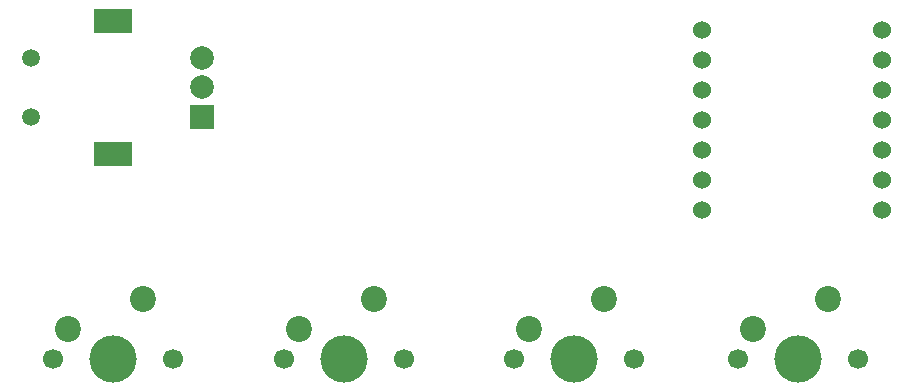
<source format=gbr>
%TF.GenerationSoftware,KiCad,Pcbnew,9.0.2*%
%TF.CreationDate,2025-06-29T15:05:13-04:00*%
%TF.ProjectId,Kicadproject1,4b696361-6470-4726-9f6a-656374312e6b,rev?*%
%TF.SameCoordinates,Original*%
%TF.FileFunction,Soldermask,Bot*%
%TF.FilePolarity,Negative*%
%FSLAX46Y46*%
G04 Gerber Fmt 4.6, Leading zero omitted, Abs format (unit mm)*
G04 Created by KiCad (PCBNEW 9.0.2) date 2025-06-29 15:05:13*
%MOMM*%
%LPD*%
G01*
G04 APERTURE LIST*
%ADD10C,1.500000*%
%ADD11R,2.000000X2.000000*%
%ADD12C,2.000000*%
%ADD13R,3.200000X2.000000*%
%ADD14C,1.700000*%
%ADD15C,4.000000*%
%ADD16C,2.200000*%
%ADD17C,1.524000*%
G04 APERTURE END LIST*
D10*
%TO.C,SW5*%
X56500000Y-69500000D03*
X56500000Y-64500000D03*
D11*
X71000000Y-69500000D03*
D12*
X71000000Y-64500000D03*
X71000000Y-67000000D03*
D13*
X63500000Y-72600000D03*
X63500000Y-61400000D03*
%TD*%
D14*
%TO.C,SW2*%
X97420000Y-90000000D03*
D15*
X102500000Y-90000000D03*
D14*
X107580000Y-90000000D03*
D16*
X105040000Y-84920000D03*
X98690000Y-87460000D03*
%TD*%
D14*
%TO.C,SW4*%
X58420000Y-90000000D03*
D15*
X63500000Y-90000000D03*
D14*
X68580000Y-90000000D03*
D16*
X66040000Y-84920000D03*
X59690000Y-87460000D03*
%TD*%
D17*
%TO.C,U1*%
X113380000Y-62148500D03*
X113380000Y-64688500D03*
X113380000Y-67228500D03*
X113380000Y-69768500D03*
X113380000Y-72308500D03*
X113380000Y-74848500D03*
X113380000Y-77388500D03*
X128620000Y-77388500D03*
X128620000Y-74848500D03*
X128620000Y-72308500D03*
X128620000Y-69768500D03*
X128620000Y-67228500D03*
X128620000Y-64688500D03*
X128620000Y-62148500D03*
%TD*%
D14*
%TO.C,SW3*%
X116420000Y-90000000D03*
D15*
X121500000Y-90000000D03*
D14*
X126580000Y-90000000D03*
D16*
X124040000Y-84920000D03*
X117690000Y-87460000D03*
%TD*%
D14*
%TO.C,SW1*%
X77920000Y-90000000D03*
D15*
X83000000Y-90000000D03*
D14*
X88080000Y-90000000D03*
D16*
X85540000Y-84920000D03*
X79190000Y-87460000D03*
%TD*%
M02*

</source>
